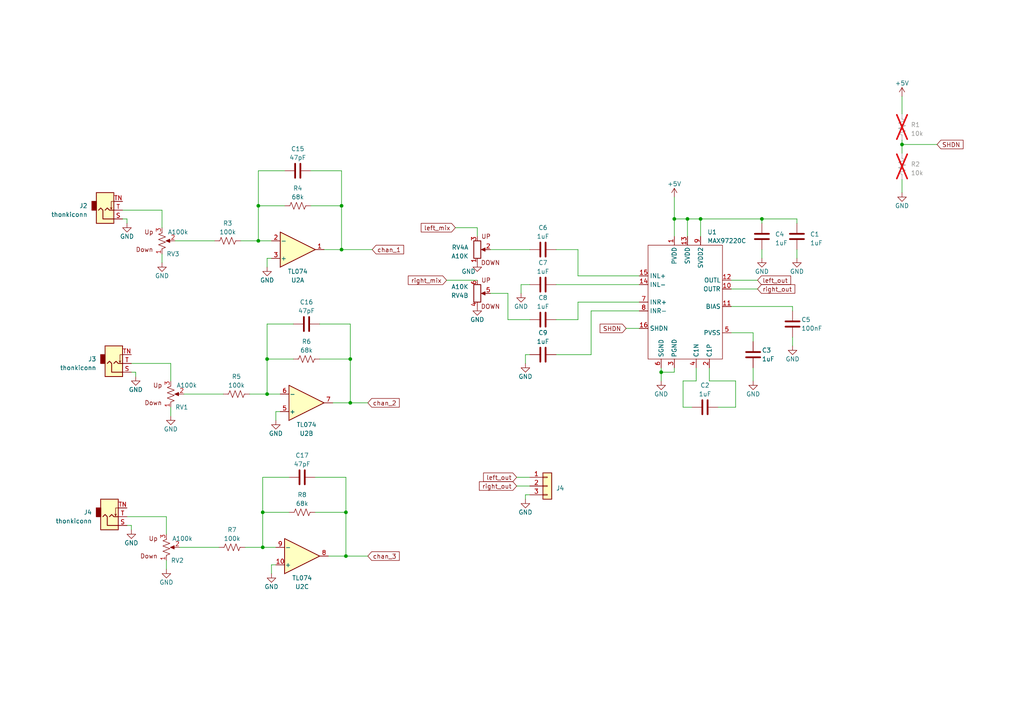
<source format=kicad_sch>
(kicad_sch (version 20230121) (generator eeschema)
  (paper "A4")
  (title_block (title "Eurorack Output Mixer Module") (rev "0") (company "SVG Synthesis"))
  (lib_symbols
    (symbol "power:+5V" (power) (pin_names (offset 0))
      (property "Value" "+5V" (at 0 3.556 0))
      (symbol "+5V_0_1"
        (polyline (pts (xy -0.762 1.27) (xy 0 2.54)))
        (polyline (pts (xy 0 0) (xy 0 2.54)))
        (polyline (pts (xy 0 2.54) (xy 0.762 1.27)))
      )
      (symbol "+5V_1_1"
        (pin power_in line (at 0 0 90) (length 0) hide (name "+5V") (number "1"))
      )
    )
    (symbol "power:GND" (power) (pin_names (offset 0))
      (property "Value" "GND" (at 0 -3.81 0))
      (symbol "GND_0_1"
        (polyline (pts (xy 0 0) (xy 0 -1.27) (xy 1.27 -1.27) (xy 0 -2.54) (xy -1.27 -1.27) (xy 0 -1.27)))
      )
      (symbol "GND_1_1"
        (pin power_in line (at 0 0 270) (length 0) hide (name "GND") (number "1"))
      )
    )
    (symbol "synthesis:ALPHAPOT_100K_LOG" (pin_names (offset 1.016) hide)
      (property "Reference" "RV" (at 2.54 3.81 0))
      (property "Value" "A100k" (at 2.54 -2.54 0))
      (symbol "ALPHAPOT_100K_LOG_0_1"
        (polyline (pts (xy 0 -2.286) (xy 0 -2.54)))
        (polyline (pts (xy 0 2.54) (xy 0 2.286)))
        (polyline (pts (xy 2.54 0) (xy 1.524 0)))
        (polyline (pts (xy 1.143 0) (xy 2.286 0.508) (xy 2.286 -0.508) (xy 1.143 0)) (fill (type outline)))
        (polyline (pts (xy 0 -0.762) (xy 1.016 -1.143) (xy 0 -1.524) (xy -1.016 -1.905) (xy 0 -2.286)))
        (polyline (pts (xy 0 0.762) (xy 1.016 0.381) (xy 0 0) (xy -1.016 -0.381) (xy 0 -0.762)))
        (polyline (pts (xy 0 2.286) (xy 1.016 1.905) (xy 0 1.524) (xy -1.016 1.143) (xy 0 0.762)))
      )
      (symbol "ALPHAPOT_100K_LOG_1_1"
        (text "Down" (at -5.08 2.54 0) (effects (font (size 1.27 1.27))))
        (text "Up" (at -3.81 -2.54 0) (effects (font (size 1.27 1.27))))
        (pin passive line (at 0 3.81 270) (length 1.27) (name "1") (number "1"))
        (pin passive line (at 3.81 0 180) (length 1.27) (name "2") (number "2"))
        (pin passive line (at 0 -3.81 90) (length 1.27) (name "3") (number "3"))
      )
    )
    (symbol "synthesis:ALPHAPOT_10K_LOG_DUAL" (pin_names (offset 1.016) hide)
      (property "Reference" "RV" (at -4.445 0 90))
      (property "Value" "A10K" (at -2.54 0 90))
      (symbol "ALPHAPOT_10K_LOG_DUAL_0_1"
        (polyline (pts (xy 2.54 0) (xy 1.524 0)))
        (polyline (pts (xy 1.143 0) (xy 2.286 0.508) (xy 2.286 -0.508) (xy 1.143 0)) (fill (type outline)))
        (rectangle (start 1.016 2.54) (end -1.016 -2.54) (stroke (width 0.254)))
        (text "DOWN" (at 3.81 3.81 0) (effects (font (size 1.27 1.27))))
        (text "UP" (at 2.54 -3.81 0) (effects (font (size 1.27 1.27))))
      )
      (symbol "ALPHAPOT_10K_LOG_DUAL_1_1"
        (pin passive line (at 0 3.81 270) (length 1.27) (name "1") (number "1"))
        (pin passive line (at 3.81 0 180) (length 1.27) (name "2") (number "2"))
        (pin passive line (at 0 -3.81 90) (length 1.27) (name "3") (number "3"))
      )
      (symbol "ALPHAPOT_10K_LOG_DUAL_2_1"
        (pin passive line (at 0 3.81 270) (length 1.27) (name "4") (number "4"))
        (pin passive line (at 3.81 0 180) (length 1.27) (name "5") (number "5"))
        (pin passive line (at 0 -3.81 90) (length 1.27) (name "6") (number "6"))
      )
    )
    (symbol "synthesis:CAP_100NF_0603_X7R" (pin_numbers hide) (pin_names (offset 0.254))
      (property "Reference" "C" (at 0.635 2.54 0))
      (property "Value" "100nF" (at 0.635 -2.54 0))
      (symbol "CAP_100NF_0603_X7R_0_1"
        (polyline (pts (xy -2.032 -0.762) (xy 2.032 -0.762)) (stroke (width 0.508)))
        (polyline (pts (xy -2.032 0.762) (xy 2.032 0.762)) (stroke (width 0.508)))
      )
      (symbol "CAP_100NF_0603_X7R_1_1"
        (pin passive line (at 0 3.81 270) (length 2.794) (name "~") (number "1"))
        (pin passive line (at 0 -3.81 90) (length 2.794) (name "~") (number "2"))
      )
    )
    (symbol "synthesis:CAP_1UF_0603_X7R" (pin_numbers hide) (pin_names (offset 0.254))
      (property "Reference" "C" (at 0.635 2.54 0))
      (property "Value" "1uF" (at 0.635 -2.54 0))
      (symbol "CAP_1UF_0603_X7R_0_1"
        (polyline (pts (xy -2.032 -0.762) (xy 2.032 -0.762)) (stroke (width 0.508)))
        (polyline (pts (xy -2.032 0.762) (xy 2.032 0.762)) (stroke (width 0.508)))
      )
      (symbol "CAP_1UF_0603_X7R_1_1"
        (pin passive line (at 0 3.81 270) (length 2.794) (name "~") (number "1"))
        (pin passive line (at 0 -3.81 90) (length 2.794) (name "~") (number "2"))
      )
    )
    (symbol "synthesis:CAP_1UF_FILM" (pin_numbers hide) (pin_names (offset 0.254))
      (property "Reference" "C" (at 0.635 2.54 0))
      (property "Value" "1uF" (at 0.635 -2.54 0))
      (symbol "CAP_1UF_FILM_0_1"
        (polyline (pts (xy -2.032 -0.762) (xy 2.032 -0.762)) (stroke (width 0.508)))
        (polyline (pts (xy -2.032 0.762) (xy 2.032 0.762)) (stroke (width 0.508)))
      )
      (symbol "CAP_1UF_FILM_1_1"
        (pin passive line (at 0 3.81 270) (length 2.794) (name "~") (number "1"))
        (pin passive line (at 0 -3.81 90) (length 2.794) (name "~") (number "2"))
      )
    )
    (symbol "synthesis:CAP_47PF_0603_COG" (pin_numbers hide) (pin_names (offset 0.254))
      (property "Reference" "C" (at 0.635 2.54 0))
      (property "Value" "47pF" (at 0.635 -2.54 0))
      (symbol "CAP_47PF_0603_COG_0_1"
        (polyline (pts (xy -2.032 -0.762) (xy 2.032 -0.762)) (stroke (width 0.508)))
        (polyline (pts (xy -2.032 0.762) (xy 2.032 0.762)) (stroke (width 0.508)))
      )
      (symbol "CAP_47PF_0603_COG_1_1"
        (pin passive line (at 0 3.81 270) (length 2.794) (name "~") (number "1"))
        (pin passive line (at 0 -3.81 90) (length 2.794) (name "~") (number "2"))
      )
    )
    (symbol "synthesis:HEADER_3P_2.54MM" (pin_names (offset 1.016) hide)
      (property "Reference" "J" (at 0 5.08 0))
      (symbol "HEADER_3P_2.54MM_1_1"
        (rectangle (start -1.27 -2.413) (end 0 -2.667) (stroke (width 0.1524)))
        (rectangle (start -1.27 0.127) (end 0 -0.127) (stroke (width 0.1524)))
        (rectangle (start -1.27 2.667) (end 0 2.413) (stroke (width 0.1524)))
        (rectangle (start -1.27 3.81) (end 1.27 -3.81) (stroke (width 0.254)) (fill (type background)))
        (pin passive line (at -5.08 2.54 0) (length 3.81) (name "Pin_1") (number "1"))
        (pin passive line (at -5.08 0 0) (length 3.81) (name "Pin_2") (number "2"))
        (pin passive line (at -5.08 -2.54 0) (length 3.81) (name "Pin_3") (number "3"))
      )
    )
    (symbol "synthesis:MAX97220C"
      (property "Reference" "U" (at 8.89 17.78 0))
      (property "Value" "MAX97220C" (at -17.78 -15.24 0))
      (symbol "MAX97220C_0_1"
        (rectangle (start -11.43 16.51) (end 10.16 -16.51))
      )
      (symbol "MAX97220C_1_1"
        (pin power_in line (at -3.81 19.05 270) (length 2.54) (name "PVDD") (number "1"))
        (pin output line (at 12.7 3.81 180) (length 2.54) (name "OUTR") (number "10"))
        (pin input line (at 12.7 -1.27 180) (length 2.54) (name "BIAS") (number "11"))
        (pin output line (at 12.7 6.35 180) (length 2.54) (name "OUTL") (number "12"))
        (pin power_in line (at 0 19.05 270) (length 2.54) (name "SVDD") (number "13"))
        (pin input line (at -13.97 5.08 0) (length 2.54) (name "INL-") (number "14"))
        (pin input line (at -13.97 7.62 0) (length 2.54) (name "INL+") (number "15"))
        (pin input line (at -13.97 -7.62 0) (length 2.54) (name "SHDN") (number "16"))
        (pin input line (at 6.35 -19.05 90) (length 2.54) (name "C1P") (number "2"))
        (pin power_in line (at -3.81 -19.05 90) (length 2.54) (name "PGND") (number "3"))
        (pin input line (at 2.54 -19.05 90) (length 2.54) (name "C1N") (number "4"))
        (pin power_in line (at 12.7 -8.89 180) (length 2.54) (name "PVSS") (number "5"))
        (pin power_in line (at -7.62 -19.05 90) (length 2.54) (name "SGND") (number "6"))
        (pin input line (at -13.97 0 0) (length 2.54) (name "INR+") (number "7"))
        (pin input line (at -13.97 -2.54 0) (length 2.54) (name "INR-") (number "8"))
        (pin power_in line (at 3.81 19.05 270) (length 2.54) (name "SVDD2") (number "9"))
      )
    )
    (symbol "synthesis:RES_100k_0603" (pin_numbers hide) (pin_names (offset 0))
      (property "Reference" "R" (at 2.54 0 90))
      (property "Value" "100k" (at -2.54 0 90))
      (symbol "RES_100k_0603_0_1"
        (polyline (pts (xy 0 -2.286) (xy 0 -2.54)))
        (polyline (pts (xy 0 2.286) (xy 0 2.54)))
        (polyline (pts (xy 0 -0.762) (xy 1.016 -1.143) (xy 0 -1.524) (xy -1.016 -1.905) (xy 0 -2.286)))
        (polyline (pts (xy 0 0.762) (xy 1.016 0.381) (xy 0 0) (xy -1.016 -0.381) (xy 0 -0.762)))
        (polyline (pts (xy 0 2.286) (xy 1.016 1.905) (xy 0 1.524) (xy -1.016 1.143) (xy 0 0.762)))
      )
      (symbol "RES_100k_0603_1_1"
        (pin passive line (at 0 3.81 270) (length 1.27) (name "~") (number "1"))
        (pin passive line (at 0 -3.81 90) (length 1.27) (name "~") (number "2"))
      )
    )
    (symbol "synthesis:RES_10K_0603" (pin_numbers hide) (pin_names (offset 0))
      (property "Reference" "R" (at 2.54 0 90))
      (property "Value" "10k" (at -2.54 0 90))
      (symbol "RES_10K_0603_0_1"
        (polyline (pts (xy 0 -2.286) (xy 0 -2.54)))
        (polyline (pts (xy 0 2.286) (xy 0 2.54)))
        (polyline (pts (xy 0 -0.762) (xy 1.016 -1.143) (xy 0 -1.524) (xy -1.016 -1.905) (xy 0 -2.286)))
        (polyline (pts (xy 0 0.762) (xy 1.016 0.381) (xy 0 0) (xy -1.016 -0.381) (xy 0 -0.762)))
        (polyline (pts (xy 0 2.286) (xy 1.016 1.905) (xy 0 1.524) (xy -1.016 1.143) (xy 0 0.762)))
      )
      (symbol "RES_10K_0603_1_1"
        (pin passive line (at 0 3.81 270) (length 1.27) (name "~") (number "1"))
        (pin passive line (at 0 -3.81 90) (length 1.27) (name "~") (number "2"))
      )
    )
    (symbol "synthesis:RES_68K_0603" (pin_numbers hide) (pin_names (offset 0))
      (property "Reference" "R" (at 2.54 0 90))
      (property "Value" "68k" (at -2.54 0 90))
      (symbol "RES_68K_0603_0_1"
        (polyline (pts (xy 0 -2.286) (xy 0 -2.54)))
        (polyline (pts (xy 0 2.286) (xy 0 2.54)))
        (polyline (pts (xy 0 -0.762) (xy 1.016 -1.143) (xy 0 -1.524) (xy -1.016 -1.905) (xy 0 -2.286)))
        (polyline (pts (xy 0 0.762) (xy 1.016 0.381) (xy 0 0) (xy -1.016 -0.381) (xy 0 -0.762)))
        (polyline (pts (xy 0 2.286) (xy 1.016 1.905) (xy 0 1.524) (xy -1.016 1.143) (xy 0 0.762)))
      )
      (symbol "RES_68K_0603_1_1"
        (pin passive line (at 0 3.81 270) (length 1.27) (name "~") (number "1"))
        (pin passive line (at 0 -3.81 90) (length 1.27) (name "~") (number "2"))
      )
    )
    (symbol "synthesis:TL074" (pin_names (offset 0.127))
      (property "Reference" "U" (at 0 5.08 0))
      (property "Value" "TL074" (at 0 -5.08 0))
      (symbol "TL074_1_1"
        (polyline (pts (xy -5.08 5.08) (xy 5.08 0) (xy -5.08 -5.08) (xy -5.08 5.08)) (stroke (width 0.254)) (fill (type background)))
        (pin output line (at 7.62 0 180) (length 2.54) (name "~") (number "1"))
        (pin input line (at -7.62 -2.54 0) (length 2.54) (name "-") (number "2"))
        (pin input line (at -7.62 2.54 0) (length 2.54) (name "+") (number "3"))
      )
      (symbol "TL074_2_1"
        (polyline (pts (xy -5.08 5.08) (xy 5.08 0) (xy -5.08 -5.08) (xy -5.08 5.08)) (stroke (width 0.254)) (fill (type background)))
        (pin input line (at -7.62 2.54 0) (length 2.54) (name "+") (number "5"))
        (pin input line (at -7.62 -2.54 0) (length 2.54) (name "-") (number "6"))
        (pin output line (at 7.62 0 180) (length 2.54) (name "~") (number "7"))
      )
      (symbol "TL074_3_1"
        (polyline (pts (xy -5.08 5.08) (xy 5.08 0) (xy -5.08 -5.08) (xy -5.08 5.08)) (stroke (width 0.254)) (fill (type background)))
        (pin input line (at -7.62 2.54 0) (length 2.54) (name "+") (number "10"))
        (pin output line (at 7.62 0 180) (length 2.54) (name "~") (number "8"))
        (pin input line (at -7.62 -2.54 0) (length 2.54) (name "-") (number "9"))
      )
      (symbol "TL074_4_1"
        (polyline (pts (xy -5.08 5.08) (xy 5.08 0) (xy -5.08 -5.08) (xy -5.08 5.08)) (stroke (width 0.254)) (fill (type background)))
        (pin input line (at -7.62 2.54 0) (length 2.54) (name "+") (number "12"))
        (pin input line (at -7.62 -2.54 0) (length 2.54) (name "-") (number "13"))
        (pin output line (at 7.62 0 180) (length 2.54) (name "~") (number "14"))
      )
      (symbol "TL074_5_1"
        (pin power_in line (at -2.54 -7.62 90) (length 3.81) (name "V-") (number "11"))
        (pin power_in line (at -2.54 7.62 270) (length 3.81) (name "V+") (number "4"))
      )
    )
    (symbol "synthesis:thonkiconn"
      (property "Reference" "J" (at 0 8.89 0))
      (property "Value" "thonkiconn" (at 0 6.35 0))
      (symbol "thonkiconn_0_1"
        (rectangle (start -2.54 0) (end -3.81 -2.54) (stroke (width 0.254)) (fill (type outline)))
        (rectangle (start -2.54 3.81) (end 2.54 -5.08) (stroke (width 0.254)) (fill (type background)))
        (polyline (pts (xy 1.778 -0.254) (xy 2.032 -0.762)))
        (polyline (pts (xy 0 0) (xy 0.635 -0.635) (xy 1.27 0) (xy 2.54 0)) (stroke (width 0.254)))
        (polyline (pts (xy 2.54 -2.54) (xy 1.778 -2.54) (xy 1.778 -0.254) (xy 1.524 -0.762)))
        (polyline (pts (xy 2.54 2.54) (xy -0.635 2.54) (xy -0.635 0) (xy -1.27 -0.635) (xy -1.905 0)) (stroke (width 0.254)))
      )
      (symbol "thonkiconn_1_1"
        (pin passive line (at 5.08 2.54 180) (length 2.54) (name "~") (number "S"))
        (pin passive line (at 5.08 0 180) (length 2.54) (name "~") (number "T"))
        (pin passive line (at 5.08 -2.54 180) (length 2.54) (name "~") (number "TN"))
      )
    )
  )
  (junction (at 220.98 63.5))
  (junction (at 74.93 59.69))
  (junction (at 76.2 158.75))
  (junction (at 203.2 63.5))
  (junction (at 100.33 161.29))
  (junction (at 99.06 72.39))
  (junction (at 101.6 116.84))
  (junction (at 191.77 107.95))
  (junction (at 77.47 104.14))
  (junction (at 76.2 148.59))
  (junction (at 74.93 69.85))
  (junction (at 100.33 148.59))
  (junction (at 261.62 41.91))
  (junction (at 199.39 63.5))
  (junction (at 101.6 104.14))
  (junction (at 77.47 114.3))
  (junction (at 99.06 59.69))
  (junction (at 195.58 63.5))
  (wire (pts (xy 91.44 138.43) (xy 100.33 138.43)))
  (wire (pts (xy 90.17 59.69) (xy 99.06 59.69)))
  (wire (pts (xy 167.64 92.71) (xy 161.29 92.71)))
  (wire (pts (xy 203.2 63.5) (xy 220.98 63.5)))
  (wire (pts (xy 72.39 114.3) (xy 77.47 114.3)))
  (wire (pts (xy 99.06 72.39) (xy 93.98 72.39)))
  (wire (pts (xy 195.58 107.95) (xy 191.77 107.95)))
  (wire (pts (xy 231.14 63.5) (xy 231.14 64.77)))
  (wire (pts (xy 46.99 73.66) (xy 46.99 76.2)))
  (wire (pts (xy 147.32 85.09) (xy 147.32 92.71)))
  (wire (pts (xy 212.09 88.9) (xy 229.87 88.9)))
  (wire (pts (xy 203.2 63.5) (xy 203.2 68.58)))
  (wire (pts (xy 195.58 68.58) (xy 195.58 63.5)))
  (wire (pts (xy 36.83 63.5) (xy 36.83 64.77)))
  (wire (pts (xy 83.82 148.59) (xy 76.2 148.59)))
  (wire (pts (xy 85.09 93.98) (xy 77.47 93.98)))
  (wire (pts (xy 76.2 148.59) (xy 76.2 158.75)))
  (wire (pts (xy 152.4 105.41) (xy 152.4 102.87)))
  (wire (pts (xy 218.44 106.68) (xy 218.44 110.49)))
  (wire (pts (xy 151.13 82.55) (xy 153.67 82.55)))
  (wire (pts (xy 78.74 166.37) (xy 78.74 163.83)))
  (wire (pts (xy 205.74 106.68) (xy 205.74 110.49)))
  (wire (pts (xy 83.82 138.43) (xy 76.2 138.43)))
  (wire (pts (xy 36.83 149.86) (xy 48.26 149.86)))
  (wire (pts (xy 198.12 118.11) (xy 198.12 110.49)))
  (wire (pts (xy 181.61 95.25) (xy 185.42 95.25)))
  (wire (pts (xy 198.12 110.49) (xy 201.93 110.49)))
  (wire (pts (xy 185.42 87.63) (xy 167.64 87.63)))
  (wire (pts (xy 220.98 64.77) (xy 220.98 63.5)))
  (wire (pts (xy 77.47 114.3) (xy 81.28 114.3)))
  (wire (pts (xy 77.47 74.93) (xy 78.74 74.93)))
  (wire (pts (xy 200.66 118.11) (xy 198.12 118.11)))
  (wire (pts (xy 171.45 90.17) (xy 185.42 90.17)))
  (wire (pts (xy 76.2 138.43) (xy 76.2 148.59)))
  (wire (pts (xy 82.55 59.69) (xy 74.93 59.69)))
  (wire (pts (xy 82.55 49.53) (xy 74.93 49.53)))
  (wire (pts (xy 212.09 96.52) (xy 218.44 96.52)))
  (wire (pts (xy 213.36 110.49) (xy 213.36 118.11)))
  (wire (pts (xy 167.64 80.01) (xy 185.42 80.01)))
  (wire (pts (xy 77.47 104.14) (xy 77.47 114.3)))
  (wire (pts (xy 195.58 57.15) (xy 195.58 63.5)))
  (wire (pts (xy 91.44 148.59) (xy 100.33 148.59)))
  (wire (pts (xy 229.87 88.9) (xy 229.87 90.17)))
  (wire (pts (xy 101.6 93.98) (xy 101.6 104.14)))
  (wire (pts (xy 35.56 63.5) (xy 36.83 63.5)))
  (wire (pts (xy 151.13 85.09) (xy 151.13 82.55)))
  (wire (pts (xy 142.24 72.39) (xy 153.67 72.39)))
  (wire (pts (xy 167.64 87.63) (xy 167.64 92.71)))
  (wire (pts (xy 199.39 68.58) (xy 199.39 63.5)))
  (wire (pts (xy 38.1 105.41) (xy 49.53 105.41)))
  (wire (pts (xy 92.71 93.98) (xy 101.6 93.98)))
  (wire (pts (xy 74.93 69.85) (xy 78.74 69.85)))
  (wire (pts (xy 101.6 104.14) (xy 101.6 116.84)))
  (wire (pts (xy 69.85 69.85) (xy 74.93 69.85)))
  (wire (pts (xy 171.45 102.87) (xy 171.45 90.17)))
  (wire (pts (xy 48.26 162.56) (xy 48.26 165.1)))
  (wire (pts (xy 80.01 119.38) (xy 81.28 119.38)))
  (wire (pts (xy 49.53 105.41) (xy 49.53 110.49)))
  (wire (pts (xy 99.06 49.53) (xy 99.06 59.69)))
  (wire (pts (xy 101.6 116.84) (xy 106.68 116.84)))
  (wire (pts (xy 76.2 158.75) (xy 80.01 158.75)))
  (wire (pts (xy 74.93 59.69) (xy 74.93 69.85)))
  (wire (pts (xy 152.4 143.51) (xy 152.4 144.78)))
  (wire (pts (xy 92.71 104.14) (xy 101.6 104.14)))
  (wire (pts (xy 205.74 110.49) (xy 213.36 110.49)))
  (wire (pts (xy 261.62 40.64) (xy 261.62 41.91)))
  (wire (pts (xy 38.1 152.4) (xy 38.1 153.67)))
  (wire (pts (xy 195.58 63.5) (xy 199.39 63.5)))
  (wire (pts (xy 212.09 81.28) (xy 219.71 81.28)))
  (wire (pts (xy 132.08 66.04) (xy 138.43 66.04)))
  (wire (pts (xy 152.4 102.87) (xy 153.67 102.87)))
  (wire (pts (xy 80.01 121.92) (xy 80.01 119.38)))
  (wire (pts (xy 261.62 52.07) (xy 261.62 55.88)))
  (wire (pts (xy 78.74 163.83) (xy 80.01 163.83)))
  (wire (pts (xy 149.86 138.43) (xy 153.67 138.43)))
  (wire (pts (xy 201.93 106.68) (xy 201.93 110.49)))
  (wire (pts (xy 208.28 118.11) (xy 213.36 118.11)))
  (wire (pts (xy 261.62 41.91) (xy 261.62 44.45)))
  (wire (pts (xy 220.98 63.5) (xy 231.14 63.5)))
  (wire (pts (xy 195.58 106.68) (xy 195.58 107.95)))
  (wire (pts (xy 46.99 60.96) (xy 46.99 66.04)))
  (wire (pts (xy 101.6 116.84) (xy 96.52 116.84)))
  (wire (pts (xy 231.14 72.39) (xy 231.14 74.93)))
  (wire (pts (xy 220.98 72.39) (xy 220.98 74.93)))
  (wire (pts (xy 199.39 63.5) (xy 203.2 63.5)))
  (wire (pts (xy 100.33 138.43) (xy 100.33 148.59)))
  (wire (pts (xy 129.54 81.28) (xy 138.43 81.28)))
  (wire (pts (xy 100.33 161.29) (xy 95.25 161.29)))
  (wire (pts (xy 153.67 143.51) (xy 152.4 143.51)))
  (wire (pts (xy 147.32 92.71) (xy 153.67 92.71)))
  (wire (pts (xy 142.24 85.09) (xy 147.32 85.09)))
  (wire (pts (xy 36.83 152.4) (xy 38.1 152.4)))
  (wire (pts (xy 35.56 60.96) (xy 46.99 60.96)))
  (wire (pts (xy 161.29 82.55) (xy 185.42 82.55)))
  (wire (pts (xy 167.64 72.39) (xy 167.64 80.01)))
  (wire (pts (xy 71.12 158.75) (xy 76.2 158.75)))
  (wire (pts (xy 191.77 107.95) (xy 191.77 110.49)))
  (wire (pts (xy 191.77 106.68) (xy 191.77 107.95)))
  (wire (pts (xy 106.68 161.29) (xy 100.33 161.29)))
  (wire (pts (xy 53.34 114.3) (xy 64.77 114.3)))
  (wire (pts (xy 50.8 69.85) (xy 62.23 69.85)))
  (wire (pts (xy 218.44 96.52) (xy 218.44 99.06)))
  (wire (pts (xy 99.06 59.69) (xy 99.06 72.39)))
  (wire (pts (xy 49.53 118.11) (xy 49.53 120.65)))
  (wire (pts (xy 161.29 72.39) (xy 167.64 72.39)))
  (wire (pts (xy 138.43 66.04) (xy 138.43 68.58)))
  (wire (pts (xy 229.87 97.79) (xy 229.87 100.33)))
  (wire (pts (xy 90.17 49.53) (xy 99.06 49.53)))
  (wire (pts (xy 261.62 27.94) (xy 261.62 33.02)))
  (wire (pts (xy 48.26 149.86) (xy 48.26 154.94)))
  (wire (pts (xy 38.1 107.95) (xy 39.37 107.95)))
  (wire (pts (xy 100.33 148.59) (xy 100.33 161.29)))
  (wire (pts (xy 77.47 77.47) (xy 77.47 74.93)))
  (wire (pts (xy 212.09 83.82) (xy 219.71 83.82)))
  (wire (pts (xy 149.86 140.97) (xy 153.67 140.97)))
  (wire (pts (xy 39.37 107.95) (xy 39.37 109.22)))
  (wire (pts (xy 77.47 93.98) (xy 77.47 104.14)))
  (wire (pts (xy 99.06 72.39) (xy 107.95 72.39)))
  (wire (pts (xy 85.09 104.14) (xy 77.47 104.14)))
  (wire (pts (xy 261.62 41.91) (xy 271.78 41.91)))
  (wire (pts (xy 74.93 49.53) (xy 74.93 59.69)))
  (wire (pts (xy 52.07 158.75) (xy 63.5 158.75)))
  (wire (pts (xy 161.29 102.87) (xy 171.45 102.87)))
  (global_label "chan_2" (shape input) (at 106.68 116.84 0) (property "Intersheetrefs" "${INTERSHEET_REFS}" (effects hide)))
  (global_label "chan_1" (shape input) (at 107.95 72.39 0) (property "Intersheetrefs" "${INTERSHEET_REFS}" (effects hide)))
  (global_label "chan_3" (shape input) (at 106.68 161.29 0) (property "Intersheetrefs" "${INTERSHEET_REFS}" (effects hide)))
  (global_label "SHDN" (shape input) (at 271.78 41.91 0) (property "Intersheetrefs" "${INTERSHEET_REFS}" (effects hide)))
  (global_label "left_out" (shape input) (at 149.86 138.43 180) (property "Intersheetrefs" "${INTERSHEET_REFS}" (effects hide)))
  (global_label "right_out" (shape input) (at 149.86 140.97 180) (property "Intersheetrefs" "${INTERSHEET_REFS}" (effects hide)))
  (global_label "SHDN" (shape input) (at 181.61 95.25 180) (property "Intersheetrefs" "${INTERSHEET_REFS}" (effects hide)))
  (global_label "left_out" (shape input) (at 219.71 81.28 0) (property "Intersheetrefs" "${INTERSHEET_REFS}" (effects hide)))
  (global_label "left_mix" (shape input) (at 132.08 66.04 180) (property "Intersheetrefs" "${INTERSHEET_REFS}" (effects hide)))
  (global_label "right_out" (shape input) (at 219.71 83.82 0) (property "Intersheetrefs" "${INTERSHEET_REFS}" (effects hide)))
  (global_label "right_mix" (shape input) (at 129.54 81.28 180) (property "Intersheetrefs" "${INTERSHEET_REFS}" (effects hide)))
  (symbol (lib_id "synthesis:ALPHAPOT_10K_LOG_DUAL") (at 138.43 72.39 0) (mirror x) (unit 1)
    (property "Reference" "RV4" (at 135.89 71.755 0) (effects (justify right)))
    (property "Value" "A10K" (at 135.89 74.295 0) (effects (justify right)))
    (property "Footprint" "Potentiometer_THT:Potentiometer_Alpha_RD902F-40-00D_Dual_Vertical" (effects hide))
    (property "MFR" "ALPHA" (effects hide))
    (property "MPN" "A10K DUAL" (effects hide))
  )
  (symbol (lib_id "power:+5V") (at 261.62 27.94 0) (unit 1)
    (property "Reference" "#PWR07" (effects hide))
    (property "Value" "+5V" (at 261.62 24.13 0))
    (instances (project "output module" (path "" (reference "#PWR07") (unit 1)) (path "" (reference "#PWR021") (unit 1))))
  )
  (symbol (lib_id "synthesis:CAP_47PF_0603_COG") (at 87.63 138.43 90) (unit 1)
    (property "Reference" "C17" (at 87.63 132.08 90))
    (property "Value" "47pF" (at 87.63 134.62 90))
    (property "Footprint" "Capacitor_SMD:C_0603_1608Metric" (effects hide))
    (property "MFR" "YAGEO" (effects hide))
    (property "MPN" "CC0603JRNPO9BN470" (effects hide))
    (property "LCSC" "C105622" (effects hide))
    (instances (project "output module" (path "" (reference "C17") (unit 1)) (path "" (reference "C2") (unit 1))))
  )
  (symbol (lib_id "synthesis:CAP_47PF_0603_COG") (at 88.9 93.98 90) (unit 1)
    (property "Reference" "C16" (at 88.9 87.63 90))
    (property "Value" "47pF" (at 88.9 90.17 90))
    (property "Footprint" "Capacitor_SMD:C_0603_1608Metric" (effects hide))
    (property "MFR" "YAGEO" (effects hide))
    (property "MPN" "CC0603JRNPO9BN470" (effects hide))
    (property "LCSC" "C105622" (effects hide))
    (instances (project "output module" (path "" (reference "C16") (unit 1)) (path "" (reference "C3") (unit 1))))
  )
  (symbol (lib_id "synthesis:RES_10K_0603") (at 261.62 48.26 0) (unit 1) (dnp yes)
    (property "Reference" "R2" (at 264.16 47.625 0) (effects (justify left)))
    (property "Value" "10k" (at 264.16 50.165 0) (effects (justify left)))
    (property "Footprint" "Resistor_SMD:R_0603_1608Metric" (effects hide))
    (property "MFR" "YAGEO" (effects hide))
    (property "MPN" "RC0603FR-0710KL" (effects hide))
    (property "LCSC" "C98220" (effects hide))
    (instances (project "output module" (path "" (reference "R2") (unit 1)) (path "" (reference "R8") (unit 1))))
  )
  (symbol (lib_id "synthesis:CAP_1UF_FILM") (at 157.48 102.87 90) (unit 1)
    (property "Reference" "C9" (at 157.48 96.52 90))
    (property "Value" "1uF" (at 157.48 99.06 90))
    (property "Footprint" "Capacitor_THT:C_Rect_L7.2mm_W4.5mm_P5.00mm_FKS2_FKP2_MKS2_MKP2" (effects hide))
    (property "MFR" "EPCOS - TDK Electronics" (effects hide))
    (property "MPN" "B32529C0105K189" (effects hide))
    (property "LCSC" "C3780718" (effects hide))
    (instances (project "output module" (path "" (reference "C9") (unit 1)) (path "" (reference "C7") (unit 1))))
  )
  (symbol (lib_id "power:GND") (at 151.13 85.09 0) (unit 1)
    (property "Reference" "#PWR01" (effects hide))
    (property "Value" "GND" (at 151.13 88.9 0))
    (instances (project "output module" (path "" (reference "#PWR01") (unit 1)) (path "" (reference "#PWR012") (unit 1))))
  )
  (symbol (lib_id "synthesis:thonkiconn") (at 33.02 105.41 0) (mirror x) (unit 1)
    (property "Reference" "J3" (at 27.94 104.14 0) (effects (justify right)))
    (property "Value" "thonkiconn" (at 27.94 106.68 0) (effects (justify right)))
    (property "Footprint" "synthesis:thonkiconn" (effects hide))
    (property "MFR" "QINGPU" (effects hide))
    (property "MPN" "WQP518MA" (effects hide))
  )
  (symbol (lib_id "power:GND") (at 229.87 100.33 0) (unit 1)
    (property "Reference" "#PWR03" (effects hide))
    (property "Value" "GND" (at 229.87 104.14 0))
    (instances (project "output module" (path "" (reference "#PWR03") (unit 1)) (path "" (reference "#PWR019") (unit 1))))
  )
  (symbol (lib_id "synthesis:CAP_1UF_0603_X7R") (at 204.47 118.11 90) (unit 1)
    (property "Reference" "C2" (at 204.47 111.76 90))
    (property "Value" "1uF" (at 204.47 114.3 90))
    (property "Footprint" "Capacitor_SMD:C_0603_1608Metric" (effects hide))
    (property "MFR" "YAGEO" (effects hide))
    (property "MPN" "CC0603KRX7R8BB105" (effects hide))
    (property "LCSC" "C106858" (effects hide))
    (instances (project "output module" (path "" (reference "C2") (unit 1)) (path "" (reference "C8") (unit 1))))
  )
  (symbol (lib_id "synthesis:TL074") (at 88.9 116.84 0) (mirror x) (unit 2)
    (property "Reference" "U2" (at 88.9 125.73 0))
    (property "Value" "TL074" (at 88.9 123.19 0))
    (property "Footprint" "Package_SO:TSSOP-14_4.4x5mm_P0.65mm" (effects hide))
    (property "Datasheet" "http://www.ti.com/lit/ds/symlink/lm2902-n.pdf" (effects hide))
    (property "MFR" "TI" (effects hide))
    (property "MPN" "TL074CPWR" (effects hide))
    (property "LCSC" "C96507" (effects hide))
    (instances (project "output module" (path "" (reference "U2") (unit 2)) (path "" (reference "U1") (unit 2))))
  )
  (symbol (lib_id "power:GND") (at 191.77 110.49 0) (unit 1)
    (property "Reference" "#PWR01" (effects hide))
    (property "Value" "GND" (at 191.77 114.3 0))
    (instances (project "output module" (path "" (reference "#PWR01") (unit 1)) (path "" (reference "#PWR015") (unit 1))))
  )
  (symbol (lib_id "synthesis:RES_100k_0603") (at 66.04 69.85 90) (unit 1)
    (property "Reference" "R3" (at 66.04 64.77 90))
    (property "Value" "100k" (at 66.04 67.31 90))
    (property "Footprint" "Resistor_SMD:R_0603_1608Metric" (effects hide))
    (property "MFR" "RC0603FR-07100KL" (effects hide))
    (property "MPN" "RC0603FR-07100KL" (effects hide))
    (property "LCSC" "C14675" (effects hide))
    (instances (project "output module" (path "" (reference "R3") (unit 1)) (path "" (reference "R1") (unit 1))))
  )
  (symbol (lib_id "synthesis:thonkiconn") (at 31.75 149.86 0) (mirror x) (unit 1)
    (property "Reference" "J4" (at 26.67 148.59 0) (effects (justify right)))
    (property "Value" "thonkiconn" (at 26.67 151.13 0) (effects (justify right)))
    (property "Footprint" "synthesis:thonkiconn" (effects hide))
    (property "MFR" "QINGPU" (effects hide))
    (property "MPN" "WQP518MA" (effects hide))
    (instances (project "output module" (path "" (reference "J4") (unit 1)) (path "" (reference "J2") (unit 1))))
  )
  (symbol (lib_id "power:GND") (at 48.26 165.1 0) (unit 1)
    (property "Reference" "#PWR033" (effects hide))
    (property "Value" "GND" (at 48.26 168.91 0))
    (instances (project "output module" (path "" (reference "#PWR033") (unit 1)) (path "" (reference "#PWR05") (unit 1))))
  )
  (symbol (lib_id "synthesis:ALPHAPOT_100K_LOG") (at 46.99 69.85 0) (mirror x) (unit 1)
    (property "Reference" "RV3" (at 52.07 73.66 0) (effects (justify right)))
    (property "Value" "A100k" (at 54.61 67.31 0) (effects (justify right)))
    (property "Footprint" "Potentiometer_THT:Potentiometer_Alpha_RD901F-40-00D_Single_Vertical" (effects hide))
    (property "MFR" "ALPHA" (effects hide))
    (property "MPN" "A100K" (effects hide))
    (instances (project "output module" (path "" (reference "RV3") (unit 1)) (path "" (reference "RV1") (unit 1))))
  )
  (symbol (lib_id "power:GND") (at 80.01 121.92 0) (unit 1)
    (property "Reference" "#PWR031" (effects hide))
    (property "Value" "GND" (at 80.01 125.73 0))
    (instances (project "output module" (path "" (reference "#PWR031") (unit 1)) (path "" (reference "#PWR09") (unit 1))))
  )
  (symbol (lib_id "power:GND") (at 36.83 64.77 0) (unit 1)
    (property "Reference" "#PWR028" (effects hide))
    (property "Value" "GND" (at 36.83 68.58 0))
    (instances (project "output module" (path "" (reference "#PWR028") (unit 1)) (path "" (reference "#PWR01") (unit 1))))
  )
  (symbol (lib_id "power:+5V") (at 195.58 57.15 0) (unit 1)
    (property "Reference" "#PWR08" (effects hide))
    (property "Value" "+5V" (at 195.58 53.34 0))
    (instances (project "output module" (path "" (reference "#PWR08") (unit 1)) (path "" (reference "#PWR016") (unit 1))))
  )
  (symbol (lib_id "synthesis:RES_68K_0603") (at 86.36 59.69 90) (unit 1)
    (property "Reference" "R4" (at 86.36 54.61 90))
    (property "Value" "68k" (at 86.36 57.15 90))
    (property "Footprint" "Resistor_SMD:R_0603_1608Metric" (effects hide))
    (property "MFR" "YAGEO" (effects hide))
    (property "MPN" "RC0603FR-0768KL" (effects hide))
    (property "LCSC" "C114633" (effects hide))
  )
  (symbol (lib_id "synthesis:CAP_1UF_0603_X7R") (at 231.14 68.58 0) (unit 1)
    (property "Reference" "C1" (at 234.95 67.945 0) (effects (justify left)))
    (property "Value" "1uF" (at 234.95 70.485 0) (effects (justify left)))
    (property "Footprint" "Capacitor_SMD:C_0603_1608Metric" (effects hide))
    (property "MFR" "YAGEO" (effects hide))
    (property "MPN" "CC0603KRX7R8BB105" (effects hide))
    (property "LCSC" "C106858" (effects hide))
    (instances (project "output module" (path "" (reference "C1") (unit 1)) (path "" (reference "C12") (unit 1))))
  )
  (symbol (lib_id "power:GND") (at 38.1 153.67 0) (unit 1)
    (property "Reference" "#PWR032" (effects hide))
    (property "Value" "GND" (at 38.1 157.48 0))
    (instances (project "output module" (path "" (reference "#PWR032") (unit 1)) (path "" (reference "#PWR02") (unit 1))))
  )
  (symbol (lib_id "synthesis:thonkiconn") (at 30.48 60.96 0) (mirror x) (unit 1)
    (property "Reference" "J2" (at 25.4 59.69 0) (effects (justify right)))
    (property "Value" "thonkiconn" (at 25.4 62.23 0) (effects (justify right)))
    (property "Footprint" "synthesis:thonkiconn" (effects hide))
    (property "MFR" "QINGPU" (effects hide))
    (property "MPN" "WQP518MA" (effects hide))
    (instances (project "output module" (path "" (reference "J2") (unit 1)) (path "" (reference "J1") (unit 1))))
  )
  (symbol (lib_id "power:GND") (at 77.47 77.47 0) (unit 1)
    (property "Reference" "#PWR026" (effects hide))
    (property "Value" "GND" (at 77.47 81.28 0))
    (instances (project "output module" (path "" (reference "#PWR026") (unit 1)) (path "" (reference "#PWR07") (unit 1))))
  )
  (symbol (lib_id "synthesis:RES_10K_0603") (at 261.62 36.83 0) (unit 1) (dnp yes)
    (property "Reference" "R1" (at 264.16 36.195 0) (effects (justify left)))
    (property "Value" "10k" (at 264.16 38.735 0) (effects (justify left)))
    (property "Footprint" "Resistor_SMD:R_0603_1608Metric" (effects hide))
    (property "MFR" "YAGEO" (effects hide))
    (property "MPN" "RC0603FR-0710KL" (effects hide))
    (property "LCSC" "C98220" (effects hide))
    (instances (project "output module" (path "" (reference "R1") (unit 1)) (path "" (reference "R7") (unit 1))))
  )
  (symbol (lib_id "power:GND") (at 49.53 120.65 0) (unit 1)
    (property "Reference" "#PWR030" (effects hide))
    (property "Value" "GND" (at 49.53 124.46 0))
    (instances (project "output module" (path "" (reference "#PWR030") (unit 1)) (path "" (reference "#PWR06") (unit 1))))
  )
  (symbol (lib_id "synthesis:RES_68K_0603") (at 87.63 148.59 90) (unit 1)
    (property "Reference" "R8" (at 87.63 143.51 90))
    (property "Value" "68k" (at 87.63 146.05 90))
    (property "Footprint" "Resistor_SMD:R_0603_1608Metric" (effects hide))
    (property "MFR" "YAGEO" (effects hide))
    (property "MPN" "RC0603FR-0768KL" (effects hide))
    (property "LCSC" "C114633" (effects hide))
    (instances (project "output module" (path "" (reference "R8") (unit 1)) (path "" (reference "R5") (unit 1))))
  )
  (symbol (lib_id "power:GND") (at 231.14 74.93 0) (unit 1)
    (property "Reference" "#PWR05" (effects hide))
    (property "Value" "GND" (at 231.14 78.74 0))
    (instances (project "output module" (path "" (reference "#PWR05") (unit 1)) (path "" (reference "#PWR020") (unit 1))))
  )
  (symbol (lib_id "synthesis:ALPHAPOT_100K_LOG") (at 49.53 114.3 0) (mirror x) (unit 1)
    (property "Reference" "RV1" (at 54.61 118.11 0) (effects (justify right)))
    (property "Value" "A100k" (at 57.15 111.76 0) (effects (justify right)))
    (property "Footprint" "Potentiometer_THT:Potentiometer_Alpha_RD901F-40-00D_Single_Vertical" (effects hide))
    (property "MFR" "ALPHA" (effects hide))
    (property "MPN" "A100K" (effects hide))
    (instances (project "output module" (path "" (reference "RV1") (unit 1)) (path "" (reference "RV3") (unit 1))))
  )
  (symbol (lib_id "synthesis:CAP_1UF_FILM") (at 157.48 82.55 90) (unit 1)
    (property "Reference" "C7" (at 157.48 76.2 90))
    (property "Value" "1uF" (at 157.48 78.74 90))
    (property "Footprint" "Capacitor_THT:C_Rect_L7.2mm_W4.5mm_P5.00mm_FKS2_FKP2_MKS2_MKP2" (effects hide))
    (property "MFR" "EPCOS - TDK Electronics" (effects hide))
    (property "MPN" "B32529C0105K189" (effects hide))
    (property "LCSC" "C3780718" (effects hide))
    (instances (project "output module" (path "" (reference "C7") (unit 1)) (path "" (reference "C5") (unit 1))))
  )
  (symbol (lib_id "synthesis:TL074") (at 86.36 72.39 0) (mirror x) (unit 1)
    (property "Reference" "U2" (at 86.36 81.28 0))
    (property "Value" "TL074" (at 86.36 78.74 0))
    (property "Footprint" "Package_SO:TSSOP-14_4.4x5mm_P0.65mm" (effects hide))
    (property "Datasheet" "http://www.ti.com/lit/ds/symlink/lm2902-n.pdf" (effects hide))
    (property "MFR" "TI" (effects hide))
    (property "MPN" "TL074CPWR" (effects hide))
    (property "LCSC" "C96507" (effects hide))
    (instances (project "output module" (path "" (reference "U2") (unit 1)) (path "" (reference "U1") (unit 1))))
  )
  (symbol (lib_id "synthesis:CAP_1UF_FILM") (at 157.48 92.71 90) (unit 1)
    (property "Reference" "C8" (at 157.48 86.36 90))
    (property "Value" "1uF" (at 157.48 88.9 90))
    (property "Footprint" "Capacitor_THT:C_Rect_L7.2mm_W4.5mm_P5.00mm_FKS2_FKP2_MKS2_MKP2" (effects hide))
    (property "MFR" "EPCOS - TDK Electronics" (effects hide))
    (property "MPN" "B32529C0105K189" (effects hide))
    (property "LCSC" "C3780718" (effects hide))
    (instances (project "output module" (path "" (reference "C8") (unit 1)) (path "" (reference "C6") (unit 1))))
  )
  (symbol (lib_id "power:GND") (at 220.98 74.93 0) (unit 1)
    (property "Reference" "#PWR04" (effects hide))
    (property "Value" "GND" (at 220.98 78.74 0))
    (instances (project "output module" (path "" (reference "#PWR04") (unit 1)) (path "" (reference "#PWR018") (unit 1))))
  )
  (symbol (lib_id "power:GND") (at 152.4 144.78 0) (unit 1)
    (property "Reference" "#PWR02" (effects hide))
    (property "Value" "GND" (at 152.4 148.59 0))
    (instances (project "output module" (path "" (reference "#PWR02") (unit 1)) (path "" (reference "#PWR014") (unit 1))))
  )
  (symbol (lib_id "power:GND") (at 138.43 88.9 0) (unit 1)
    (property "Reference" "#PWR01" (effects hide))
    (property "Value" "GND" (at 138.43 92.71 0))
    (instances (project "output module" (path "" (reference "#PWR01") (unit 1)) (path "" (reference "#PWR011") (unit 1))))
  )
  (symbol (lib_id "synthesis:MAX97220C") (at 199.39 87.63 0) (unit 1)
    (property "Reference" "U1" (at 205.1559 67.31 0) (effects (justify left)))
    (property "Value" "MAX97220C" (at 205.1559 69.85 0) (effects (justify left)))
    (property "Footprint" "Package_DFN_QFN:TQFN-16-1EP_3x3mm_P0.5mm_EP1.23x1.23mm" (effects hide))
    (property "MFR" "Analog Devices" (effects hide))
    (property "MPN" "MAX97220CETE+T" (effects hide))
    (property "LCSC" "C7452036" (effects hide))
    (instances (project "output module" (path "" (reference "U1") (unit 1)) (path "" (reference "U2") (unit 1))))
  )
  (symbol (lib_id "synthesis:CAP_1UF_0603_X7R") (at 220.98 68.58 0) (unit 1)
    (property "Reference" "C4" (at 224.79 67.945 0) (effects (justify left)))
    (property "Value" "1uF" (at 224.79 70.485 0) (effects (justify left)))
    (property "Footprint" "Capacitor_SMD:C_0603_1608Metric" (effects hide))
    (property "MFR" "YAGEO" (effects hide))
    (property "MPN" "CC0603KRX7R8BB105" (effects hide))
    (property "LCSC" "C106858" (effects hide))
    (instances (project "output module" (path "" (reference "C4") (unit 1)) (path "" (reference "C10") (unit 1))))
  )
  (symbol (lib_id "power:GND") (at 218.44 110.49 0) (unit 1)
    (property "Reference" "#PWR02" (effects hide))
    (property "Value" "GND" (at 218.44 114.3 0))
    (instances (project "output module" (path "" (reference "#PWR02") (unit 1)) (path "" (reference "#PWR017") (unit 1))))
  )
  (symbol (lib_id "synthesis:RES_100k_0603") (at 67.31 158.75 90) (unit 1)
    (property "Reference" "R7" (at 67.31 153.67 90))
    (property "Value" "100k" (at 67.31 156.21 90))
    (property "Footprint" "Resistor_SMD:R_0603_1608Metric" (effects hide))
    (property "MFR" "RC0603FR-07100KL" (effects hide))
    (property "MPN" "RC0603FR-07100KL" (effects hide))
    (property "LCSC" "C14675" (effects hide))
    (instances (project "output module" (path "" (reference "R7") (unit 1)) (path "" (reference "R2") (unit 1))))
  )
  (symbol (lib_id "power:GND") (at 46.99 76.2 0) (unit 1)
    (property "Reference" "#PWR027" (effects hide))
    (property "Value" "GND" (at 46.99 80.01 0))
    (instances (project "output module" (path "" (reference "#PWR027") (unit 1)) (path "" (reference "#PWR04") (unit 1))))
  )
  (symbol (lib_id "power:GND") (at 152.4 105.41 0) (unit 1)
    (property "Reference" "#PWR01" (effects hide))
    (property "Value" "GND" (at 152.4 109.22 0))
    (instances (project "output module" (path "" (reference "#PWR01") (unit 1)) (path "" (reference "#PWR013") (unit 1))))
  )
  (symbol (lib_id "synthesis:TL074") (at 87.63 161.29 0) (mirror x) (unit 3)
    (property "Reference" "U2" (at 87.63 170.18 0))
    (property "Value" "TL074" (at 87.63 167.64 0))
    (property "Footprint" "Package_SO:TSSOP-14_4.4x5mm_P0.65mm" (effects hide))
    (property "Datasheet" "http://www.ti.com/lit/ds/symlink/lm2902-n.pdf" (effects hide))
    (property "MFR" "TI" (effects hide))
    (property "MPN" "TL074CPWR" (effects hide))
    (property "LCSC" "C96507" (effects hide))
    (instances (project "output module" (path "" (reference "U2") (unit 3)) (path "" (reference "U1") (unit 3))))
  )
  (symbol (lib_id "synthesis:CAP_100NF_0603_X7R") (at 229.87 93.98 0) (unit 1)
    (property "Reference" "C5" (at 232.41 92.71 0) (effects (justify left)))
    (property "Value" "100nF" (at 232.41 95.25 0) (effects (justify left)))
    (property "Footprint" "Capacitor_SMD:C_0603_1608Metric" (effects hide))
    (property "MFR" "YAGEO" (effects hide))
    (property "MPN" "CC0603KRX7R9BB104" (effects hide))
    (property "LCSC" "C14663" (effects hide))
    (instances (project "output module" (path "" (reference "C5") (unit 1)) (path "" (reference "C11") (unit 1))))
  )
  (symbol (lib_id "power:GND") (at 138.43 76.2 0) (unit 1)
    (property "Reference" "#PWR01" (effects hide))
    (property "Value" "GND" (at 135.89 78.74 0))
    (instances (project "output module" (path "" (reference "#PWR01") (unit 1)) (path "" (reference "#PWR010") (unit 1))))
  )
  (symbol (lib_id "power:GND") (at 261.62 55.88 0) (unit 1)
    (property "Reference" "#PWR06" (effects hide))
    (property "Value" "GND" (at 261.62 59.69 0))
    (instances (project "output module" (path "" (reference "#PWR06") (unit 1)) (path "" (reference "#PWR022") (unit 1))))
  )
  (symbol (lib_id "synthesis:ALPHAPOT_10K_LOG_DUAL") (at 138.43 85.09 0) (mirror x) (unit 2)
    (property "Reference" "RV4" (at 135.89 85.725 0) (effects (justify right)))
    (property "Value" "A10K" (at 135.89 83.185 0) (effects (justify right)))
    (property "Footprint" "Potentiometer_THT:Potentiometer_Alpha_RD902F-40-00D_Dual_Vertical" (effects hide))
    (property "MFR" "ALPHA" (effects hide))
    (property "MPN" "A10K DUAL" (effects hide))
  )
  (symbol (lib_id "power:GND") (at 78.74 166.37 0) (unit 1)
    (property "Reference" "#PWR034" (effects hide))
    (property "Value" "GND" (at 78.74 170.18 0))
    (instances (project "output module" (path "" (reference "#PWR034") (unit 1)) (path "" (reference "#PWR08") (unit 1))))
  )
  (symbol (lib_id "synthesis:CAP_1UF_0603_X7R") (at 218.44 102.87 0) (unit 1)
    (property "Reference" "C3" (at 220.98 101.6 0) (effects (justify left)))
    (property "Value" "1uF" (at 220.98 104.14 0) (effects (justify left)))
    (property "Footprint" "Capacitor_SMD:C_0603_1608Metric" (effects hide))
    (property "MFR" "YAGEO" (effects hide))
    (property "MPN" "CC0603KRX7R8BB105" (effects hide))
    (property "LCSC" "C106858" (effects hide))
    (instances (project "output module" (path "" (reference "C3") (unit 1)) (path "" (reference "C9") (unit 1))))
  )
  (symbol (lib_id "synthesis:RES_100k_0603") (at 68.58 114.3 90) (unit 1)
    (property "Reference" "R5" (at 68.58 109.22 90))
    (property "Value" "100k" (at 68.58 111.76 90))
    (property "Footprint" "Resistor_SMD:R_0603_1608Metric" (effects hide))
    (property "MFR" "RC0603FR-07100KL" (effects hide))
    (property "MPN" "RC0603FR-07100KL" (effects hide))
    (property "LCSC" "C14675" (effects hide))
    (instances (project "output module" (path "" (reference "R5") (unit 1)) (path "" (reference "R3") (unit 1))))
  )
  (symbol (lib_id "synthesis:CAP_47PF_0603_COG") (at 86.36 49.53 90) (unit 1)
    (property "Reference" "C15" (at 86.36 43.18 90))
    (property "Value" "47pF" (at 86.36 45.72 90))
    (property "Footprint" "Capacitor_SMD:C_0603_1608Metric" (effects hide))
    (property "MFR" "YAGEO" (effects hide))
    (property "MPN" "CC0603JRNPO9BN470" (effects hide))
    (property "LCSC" "C105622" (effects hide))
    (instances (project "output module" (path "" (reference "C15") (unit 1)) (path "" (reference "C1") (unit 1))))
  )
  (symbol (lib_id "synthesis:CAP_1UF_FILM") (at 157.48 72.39 90) (unit 1)
    (property "Reference" "C6" (at 157.48 66.04 90))
    (property "Value" "1uF" (at 157.48 68.58 90))
    (property "Footprint" "Capacitor_THT:C_Rect_L7.2mm_W4.5mm_P5.00mm_FKS2_FKP2_MKS2_MKP2" (effects hide))
    (property "MFR" "EPCOS - TDK Electronics" (effects hide))
    (property "MPN" "B32529C0105K189" (effects hide))
    (property "LCSC" "C3780718" (effects hide))
    (instances (project "output module" (path "" (reference "C6") (unit 1)) (path "" (reference "C4") (unit 1))))
  )
  (symbol (lib_id "power:GND") (at 39.37 109.22 0) (unit 1)
    (property "Reference" "#PWR029" (effects hide))
    (property "Value" "GND" (at 39.37 113.03 0))
    (instances (project "output module" (path "" (reference "#PWR029") (unit 1)) (path "" (reference "#PWR03") (unit 1))))
  )
  (symbol (lib_id "synthesis:ALPHAPOT_100K_LOG") (at 48.26 158.75 0) (mirror x) (unit 1)
    (property "Reference" "RV2" (at 53.34 162.56 0) (effects (justify right)))
    (property "Value" "A100k" (at 55.88 156.21 0) (effects (justify right)))
    (property "Footprint" "Potentiometer_THT:Potentiometer_Alpha_RD901F-40-00D_Single_Vertical" (effects hide))
    (property "MFR" "ALPHA" (effects hide))
    (property "MPN" "A100K" (effects hide))
  )
  (symbol (lib_id "synthesis:HEADER_3P_2.54MM") (at 158.75 140.97 0) (unit 1)
    (property "Reference" "J4" (at 161.29 141.605 0) (effects (justify left)))
    (property "Value" "Conn_01x03" (effects hide))
    (property "Footprint" "Connector_PinHeader_2.54mm:PinHeader_1x03_P2.54mm_Vertical" (effects hide))
  )
  (symbol (lib_id "synthesis:RES_68K_0603") (at 88.9 104.14 90) (unit 1)
    (property "Reference" "R6" (at 88.9 99.06 90))
    (property "Value" "68k" (at 88.9 101.6 90))
    (property "Footprint" "Resistor_SMD:R_0603_1608Metric" (effects hide))
    (property "MFR" "YAGEO" (effects hide))
    (property "MPN" "RC0603FR-0768KL" (effects hide))
    (property "LCSC" "C114633" (effects hide))
  )
)
</source>
